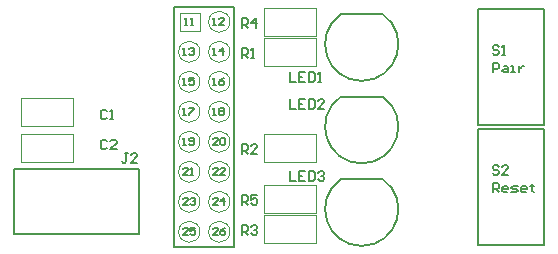
<source format=gto>
%FSLAX25Y25*%
%MOIN*%
G70*
G01*
G75*
%ADD10R,0.04500X0.06000*%
%ADD11C,0.01969*%
%ADD12C,0.03937*%
%ADD13C,0.01772*%
%ADD14C,0.08661*%
%ADD15C,0.07480*%
%ADD16C,0.06000*%
%ADD17R,0.06000X0.06000*%
%ADD18C,0.05906*%
%ADD19R,0.05906X0.05906*%
%ADD20R,0.06000X0.06000*%
%ADD21C,0.05000*%
%ADD22C,0.00394*%
%ADD23C,0.00787*%
D22*
X73026Y55000D02*
G03*
X73026Y55000I-3543J0D01*
G01*
Y45000D02*
G03*
X73026Y45000I-3543J0D01*
G01*
Y35000D02*
G03*
X73026Y35000I-3543J0D01*
G01*
Y25000D02*
G03*
X73026Y25000I-3543J0D01*
G01*
Y15000D02*
G03*
X73026Y15000I-3543J0D01*
G01*
Y5000D02*
G03*
X73026Y5000I-3543J0D01*
G01*
X63026Y15000D02*
G03*
X63026Y15000I-3543J0D01*
G01*
Y5000D02*
G03*
X63026Y5000I-3543J0D01*
G01*
Y25000D02*
G03*
X63026Y25000I-3543J0D01*
G01*
Y35000D02*
G03*
X63026Y35000I-3543J0D01*
G01*
Y45000D02*
G03*
X63026Y45000I-3543J0D01*
G01*
Y55000D02*
G03*
X63026Y55000I-3543J0D01*
G01*
Y65000D02*
G03*
X63026Y65000I-3543J0D01*
G01*
X73026D02*
G03*
X73026Y65000I-3543J0D01*
G01*
Y75000D02*
G03*
X73026Y75000I-3543J0D01*
G01*
X84321Y28276D02*
X101644D01*
X84321D02*
Y37725D01*
X101644D01*
Y28276D02*
Y37725D01*
X84321Y60276D02*
X101644D01*
X84321D02*
Y69725D01*
X101644D01*
Y60276D02*
Y69725D01*
X3321Y28276D02*
Y37725D01*
Y28276D02*
X20644D01*
Y37725D01*
X3321D02*
X20644D01*
X3321Y40276D02*
Y49725D01*
Y40276D02*
X20644D01*
Y49725D01*
X3321D02*
X20644D01*
X56483Y72000D02*
X56983D01*
X56483D02*
Y72500D01*
Y77500D02*
Y78000D01*
X62983Y77500D02*
Y78000D01*
X56483D02*
X62983D01*
X56983Y72000D02*
X62983D01*
Y72500D01*
Y77500D01*
X56483Y72500D02*
Y77500D01*
X84321Y11276D02*
X101644D01*
X84321D02*
Y20724D01*
X101644D01*
Y11276D02*
Y20724D01*
X84321Y70276D02*
X101644D01*
X84321D02*
Y79725D01*
X101644D01*
Y70276D02*
Y79725D01*
X84321Y1276D02*
X101644D01*
X84321D02*
Y10724D01*
X101644D01*
Y1276D02*
Y10724D01*
D23*
X109984Y49999D02*
G03*
X123982Y49999I6999J-9999D01*
G01*
X109984Y22499D02*
G03*
X123982Y22499I6999J-9999D01*
G01*
X109984Y77499D02*
G03*
X123982Y77499I6999J-9999D01*
G01*
X155853Y79291D02*
X177613D01*
Y40709D02*
Y79291D01*
X155853Y40709D02*
X177613D01*
X155853D02*
Y79291D01*
Y39291D02*
X177613D01*
Y709D02*
Y39291D01*
X155853Y709D02*
X177613D01*
X155853D02*
Y39291D01*
X1235Y25787D02*
X41983D01*
X42770Y4232D02*
Y25787D01*
X41983D02*
X42770D01*
X1235Y4232D02*
X42770D01*
X1235D02*
Y25787D01*
X54483Y0D02*
Y80000D01*
X74483D01*
Y0D02*
Y80000D01*
X54483Y0D02*
X74483D01*
X109984Y49999D02*
X123982D01*
X109984Y22499D02*
X123982D01*
X109984Y77499D02*
X123982D01*
X76983Y14000D02*
Y17149D01*
X78557D01*
X79082Y16624D01*
Y15574D01*
X78557Y15050D01*
X76983D01*
X78032D02*
X79082Y14000D01*
X82230Y17149D02*
X80131D01*
Y15574D01*
X81181Y16099D01*
X81705D01*
X82230Y15574D01*
Y14525D01*
X81705Y14000D01*
X80656D01*
X80131Y14525D01*
X76983Y73000D02*
Y76149D01*
X78557D01*
X79082Y75624D01*
Y74574D01*
X78557Y74050D01*
X76983D01*
X78032D02*
X79082Y73000D01*
X81705D02*
Y76149D01*
X80131Y74574D01*
X82230D01*
X76983Y4000D02*
Y7149D01*
X78557D01*
X79082Y6624D01*
Y5574D01*
X78557Y5050D01*
X76983D01*
X78032D02*
X79082Y4000D01*
X80131Y6624D02*
X80656Y7149D01*
X81705D01*
X82230Y6624D01*
Y6099D01*
X81705Y5574D01*
X81181D01*
X81705D01*
X82230Y5050D01*
Y4525D01*
X81705Y4000D01*
X80656D01*
X80131Y4525D01*
X76983Y31000D02*
Y34149D01*
X78557D01*
X79082Y33624D01*
Y32574D01*
X78557Y32050D01*
X76983D01*
X78032D02*
X79082Y31000D01*
X82230D02*
X80131D01*
X82230Y33099D01*
Y33624D01*
X81705Y34149D01*
X80656D01*
X80131Y33624D01*
X76983Y63000D02*
Y66149D01*
X78557D01*
X79082Y65624D01*
Y64574D01*
X78557Y64050D01*
X76983D01*
X78032D02*
X79082Y63000D01*
X80131D02*
X81181D01*
X80656D01*
Y66149D01*
X80131Y65624D01*
X92983Y25149D02*
Y22000D01*
X95082D01*
X98230Y25149D02*
X96131D01*
Y22000D01*
X98230D01*
X96131Y23574D02*
X97181D01*
X99280Y25149D02*
Y22000D01*
X100854D01*
X101379Y22525D01*
Y24624D01*
X100854Y25149D01*
X99280D01*
X102428Y24624D02*
X102953Y25149D01*
X104003D01*
X104527Y24624D01*
Y24099D01*
X104003Y23574D01*
X103478D01*
X104003D01*
X104527Y23050D01*
Y22525D01*
X104003Y22000D01*
X102953D01*
X102428Y22525D01*
X92983Y49149D02*
Y46000D01*
X95082D01*
X98230Y49149D02*
X96131D01*
Y46000D01*
X98230D01*
X96131Y47574D02*
X97181D01*
X99280Y49149D02*
Y46000D01*
X100854D01*
X101379Y46525D01*
Y48624D01*
X100854Y49149D01*
X99280D01*
X104527Y46000D02*
X102428D01*
X104527Y48099D01*
Y48624D01*
X104003Y49149D01*
X102953D01*
X102428Y48624D01*
X92983Y58149D02*
Y55000D01*
X95082D01*
X98230Y58149D02*
X96131D01*
Y55000D01*
X98230D01*
X96131Y56574D02*
X97181D01*
X99280Y58149D02*
Y55000D01*
X100854D01*
X101379Y55525D01*
Y57624D01*
X100854Y58149D01*
X99280D01*
X102428Y55000D02*
X103478D01*
X102953D01*
Y58149D01*
X102428Y57624D01*
X39082Y31149D02*
X38032D01*
X38557D01*
Y28525D01*
X38032Y28000D01*
X37507D01*
X36983Y28525D01*
X42230Y28000D02*
X40131D01*
X42230Y30099D01*
Y30624D01*
X41706Y31149D01*
X40656D01*
X40131Y30624D01*
X32099Y35124D02*
X31574Y35649D01*
X30525D01*
X30000Y35124D01*
Y33025D01*
X30525Y32500D01*
X31574D01*
X32099Y33025D01*
X35248Y32500D02*
X33149D01*
X35248Y34599D01*
Y35124D01*
X34723Y35649D01*
X33673D01*
X33149Y35124D01*
X32099Y45124D02*
X31574Y45649D01*
X30525D01*
X30000Y45124D01*
Y43025D01*
X30525Y42500D01*
X31574D01*
X32099Y43025D01*
X33149Y42500D02*
X34198D01*
X33673D01*
Y45649D01*
X33149Y45124D01*
X162704Y26679D02*
X162179Y27204D01*
X161129D01*
X160605Y26679D01*
Y26154D01*
X161129Y25629D01*
X162179D01*
X162704Y25105D01*
Y24580D01*
X162179Y24055D01*
X161129D01*
X160605Y24580D01*
X165852Y24055D02*
X163753D01*
X165852Y26154D01*
Y26679D01*
X165328Y27204D01*
X164278D01*
X163753Y26679D01*
X160605Y18150D02*
Y21298D01*
X162179D01*
X162704Y20774D01*
Y19724D01*
X162179Y19199D01*
X160605D01*
X161654D02*
X162704Y18150D01*
X165328D02*
X164278D01*
X163753Y18674D01*
Y19724D01*
X164278Y20249D01*
X165328D01*
X165852Y19724D01*
Y19199D01*
X163753D01*
X166902Y18150D02*
X168476D01*
X169001Y18674D01*
X168476Y19199D01*
X167427D01*
X166902Y19724D01*
X167427Y20249D01*
X169001D01*
X171625Y18150D02*
X170575D01*
X170051Y18674D01*
Y19724D01*
X170575Y20249D01*
X171625D01*
X172150Y19724D01*
Y19199D01*
X170051D01*
X173724Y20774D02*
Y20249D01*
X173199D01*
X174249D01*
X173724D01*
Y18674D01*
X174249Y18150D01*
X160605Y58150D02*
Y61298D01*
X162179D01*
X162704Y60773D01*
Y59724D01*
X162179Y59199D01*
X160605D01*
X164278Y60249D02*
X165328D01*
X165852Y59724D01*
Y58150D01*
X164278D01*
X163753Y58674D01*
X164278Y59199D01*
X165852D01*
X166902Y58150D02*
X167951D01*
X167427D01*
Y60249D01*
X166902D01*
X169526D02*
Y58150D01*
Y59199D01*
X170051Y59724D01*
X170575Y60249D01*
X171100D01*
X162704Y66679D02*
X162179Y67204D01*
X161129D01*
X160605Y66679D01*
Y66154D01*
X161129Y65630D01*
X162179D01*
X162704Y65105D01*
Y64580D01*
X162179Y64055D01*
X161129D01*
X160605Y64580D01*
X163753Y64055D02*
X164803D01*
X164278D01*
Y67204D01*
X163753Y66679D01*
X58000Y74000D02*
X58787D01*
X58394D01*
Y76361D01*
X58000Y75968D01*
X59968Y74000D02*
X60755D01*
X60361D01*
Y76361D01*
X59968Y75968D01*
X59074Y4000D02*
X57500D01*
X59074Y5574D01*
Y5968D01*
X58681Y6361D01*
X57894D01*
X57500Y5968D01*
X61436Y6361D02*
X59861D01*
Y5181D01*
X60649Y5574D01*
X61042D01*
X61436Y5181D01*
Y4394D01*
X61042Y4000D01*
X60255D01*
X59861Y4394D01*
X69074Y4000D02*
X67500D01*
X69074Y5574D01*
Y5968D01*
X68681Y6361D01*
X67894D01*
X67500Y5968D01*
X71436Y6361D02*
X70649Y5968D01*
X69861Y5181D01*
Y4394D01*
X70255Y4000D01*
X71042D01*
X71436Y4394D01*
Y4787D01*
X71042Y5181D01*
X69861D01*
X69074Y14000D02*
X67500D01*
X69074Y15574D01*
Y15968D01*
X68681Y16361D01*
X67894D01*
X67500Y15968D01*
X71042Y14000D02*
Y16361D01*
X69861Y15181D01*
X71436D01*
X59074Y14000D02*
X57500D01*
X59074Y15574D01*
Y15968D01*
X58681Y16361D01*
X57894D01*
X57500Y15968D01*
X59861D02*
X60255Y16361D01*
X61042D01*
X61436Y15968D01*
Y15574D01*
X61042Y15181D01*
X60649D01*
X61042D01*
X61436Y14787D01*
Y14394D01*
X61042Y14000D01*
X60255D01*
X59861Y14394D01*
X59074Y24000D02*
X57500D01*
X59074Y25574D01*
Y25968D01*
X58681Y26361D01*
X57894D01*
X57500Y25968D01*
X59861Y24000D02*
X60649D01*
X60255D01*
Y26361D01*
X59861Y25968D01*
X69074Y24000D02*
X67500D01*
X69074Y25574D01*
Y25968D01*
X68681Y26361D01*
X67894D01*
X67500Y25968D01*
X71436Y24000D02*
X69861D01*
X71436Y25574D01*
Y25968D01*
X71042Y26361D01*
X70255D01*
X69861Y25968D01*
X69074Y34000D02*
X67500D01*
X69074Y35574D01*
Y35968D01*
X68681Y36361D01*
X67894D01*
X67500Y35968D01*
X69861D02*
X70255Y36361D01*
X71042D01*
X71436Y35968D01*
Y34394D01*
X71042Y34000D01*
X70255D01*
X69861Y34394D01*
Y35968D01*
X57500Y34000D02*
X58287D01*
X57894D01*
Y36361D01*
X57500Y35968D01*
X59468Y34394D02*
X59861Y34000D01*
X60649D01*
X61042Y34394D01*
Y35968D01*
X60649Y36361D01*
X59861D01*
X59468Y35968D01*
Y35574D01*
X59861Y35181D01*
X61042D01*
X67500Y54000D02*
X68287D01*
X67894D01*
Y56361D01*
X67500Y55968D01*
X71042Y56361D02*
X70255Y55968D01*
X69468Y55181D01*
Y54394D01*
X69861Y54000D01*
X70649D01*
X71042Y54394D01*
Y54787D01*
X70649Y55181D01*
X69468D01*
X67500Y44000D02*
X68287D01*
X67894D01*
Y46361D01*
X67500Y45968D01*
X69468D02*
X69861Y46361D01*
X70649D01*
X71042Y45968D01*
Y45574D01*
X70649Y45181D01*
X71042Y44787D01*
Y44394D01*
X70649Y44000D01*
X69861D01*
X69468Y44394D01*
Y44787D01*
X69861Y45181D01*
X69468Y45574D01*
Y45968D01*
X69861Y45181D02*
X70649D01*
X57500Y44000D02*
X58287D01*
X57894D01*
Y46361D01*
X57500Y45968D01*
X59468Y46361D02*
X61042D01*
Y45968D01*
X59468Y44394D01*
Y44000D01*
X57500Y54000D02*
X58287D01*
X57894D01*
Y56361D01*
X57500Y55968D01*
X61042Y56361D02*
X59468D01*
Y55181D01*
X60255Y55574D01*
X60649D01*
X61042Y55181D01*
Y54394D01*
X60649Y54000D01*
X59861D01*
X59468Y54394D01*
X57500Y64000D02*
X58287D01*
X57894D01*
Y66361D01*
X57500Y65968D01*
X59468D02*
X59861Y66361D01*
X60649D01*
X61042Y65968D01*
Y65574D01*
X60649Y65181D01*
X60255D01*
X60649D01*
X61042Y64787D01*
Y64394D01*
X60649Y64000D01*
X59861D01*
X59468Y64394D01*
X67500Y64000D02*
X68287D01*
X67894D01*
Y66361D01*
X67500Y65968D01*
X70649Y64000D02*
Y66361D01*
X69468Y65181D01*
X71042D01*
X67500Y74000D02*
X68287D01*
X67894D01*
Y76361D01*
X67500Y75968D01*
X71042Y74000D02*
X69468D01*
X71042Y75574D01*
Y75968D01*
X70649Y76361D01*
X69861D01*
X69468Y75968D01*
M02*

</source>
